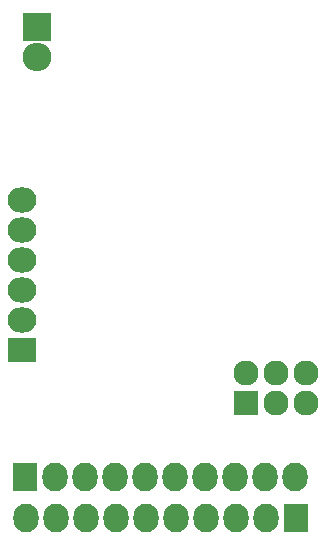
<source format=gbs>
G04 #@! TF.FileFunction,Soldermask,Bot*
%FSLAX46Y46*%
G04 Gerber Fmt 4.6, Leading zero omitted, Abs format (unit mm)*
G04 Created by KiCad (PCBNEW 4.0.1-3.201512221402+6198~38~ubuntu14.04.1-stable) date Tue 12 Jul 2016 08:06:01 PM PDT*
%MOMM*%
G01*
G04 APERTURE LIST*
%ADD10C,0.100000*%
%ADD11R,2.432000X2.432000*%
%ADD12O,2.432000X2.432000*%
%ADD13R,2.127200X2.432000*%
%ADD14O,2.127200X2.432000*%
%ADD15R,2.432000X2.127200*%
%ADD16O,2.432000X2.127200*%
%ADD17R,2.127200X2.127200*%
%ADD18O,2.127200X2.127200*%
G04 APERTURE END LIST*
D10*
D11*
X113284000Y-89662000D03*
D12*
X113284000Y-92202000D03*
D13*
X112268000Y-127762000D03*
D14*
X114808000Y-127762000D03*
X117348000Y-127762000D03*
X119888000Y-127762000D03*
X122428000Y-127762000D03*
X124968000Y-127762000D03*
X127508000Y-127762000D03*
X130048000Y-127762000D03*
X132588000Y-127762000D03*
X135128000Y-127762000D03*
D13*
X135153400Y-131216400D03*
D14*
X132613400Y-131216400D03*
X130073400Y-131216400D03*
X127533400Y-131216400D03*
X124993400Y-131216400D03*
X122453400Y-131216400D03*
X119913400Y-131216400D03*
X117373400Y-131216400D03*
X114833400Y-131216400D03*
X112293400Y-131216400D03*
D15*
X111988600Y-116992400D03*
D16*
X111988600Y-114452400D03*
X111988600Y-111912400D03*
X111988600Y-109372400D03*
X111988600Y-106832400D03*
X111988600Y-104292400D03*
D17*
X130937000Y-121539000D03*
D18*
X130937000Y-118999000D03*
X133477000Y-121539000D03*
X133477000Y-118999000D03*
X136017000Y-121539000D03*
X136017000Y-118999000D03*
M02*

</source>
